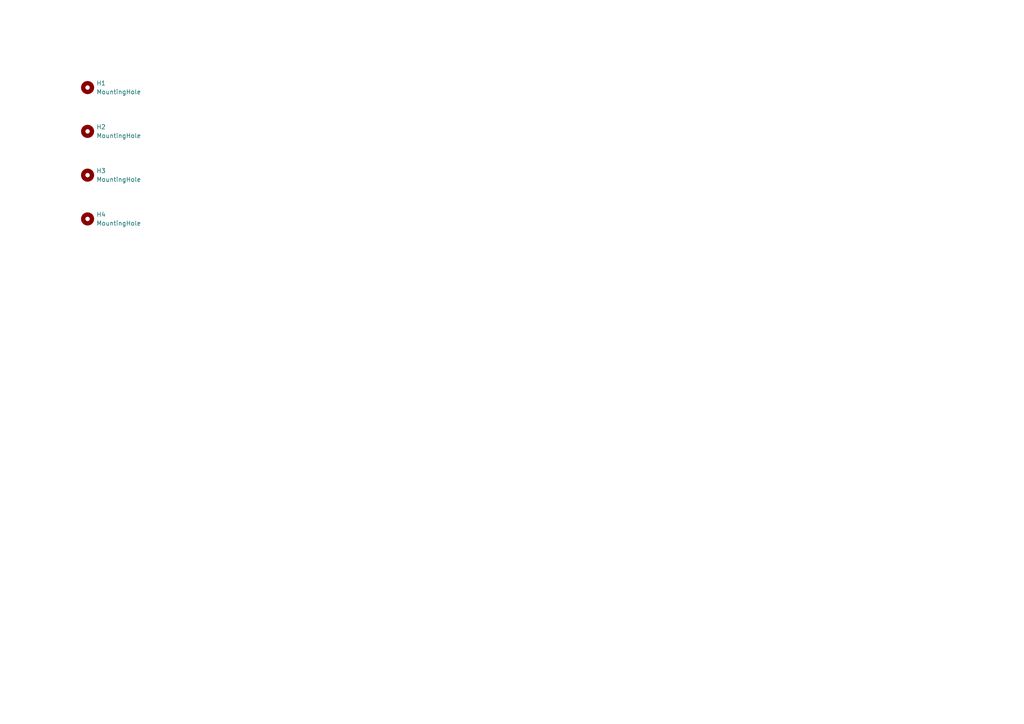
<source format=kicad_sch>
(kicad_sch (version 20250114) (generator "eeschema") (generator_version "9.0")
  (paper "A4")
  (lib_symbols
    (symbol "Mechanical:MountingHole" (pin_names (offset 1.016)) (in_bom no)
      (property "Reference" "H" (at 0 5.08 0))
      (property "Value" "MountingHole" (at 0 3.175 0))
      (symbol "MountingHole_0_1"
        (circle (center 0 0) (radius 1.27) (stroke (width 1.27)))
      )
    )
  )
  (symbol (lib_id "Mechanical:MountingHole") (at 25.4 63.5 0) (unit 1) (in_bom no)
    (property "Reference" "H4" (at 27.94 62.2299 0) (effects (justify left)))
    (property "Value" "MountingHole" (at 27.94 64.7699 0) (effects (justify left)))
    (property "Footprint" "HoleNoMask_M4:HoleNoMask_4.3mm_M4" (effects (hide yes)))
    (property "Description" "Mounting Hole without connection" (effects (hide yes)))
  )
  (symbol (lib_id "Mechanical:MountingHole") (at 25.4 25.4 0) (unit 1) (in_bom no)
    (property "Reference" "H1" (at 27.94 24.1299 0) (effects (justify left)))
    (property "Value" "MountingHole" (at 27.94 26.6699 0) (effects (justify left)))
    (property "Footprint" "HoleNoMask_M4:HoleNoMask_4.3mm_M4" (effects (hide yes)))
    (property "Description" "Mounting Hole without connection" (effects (hide yes)))
  )
  (symbol (lib_id "Mechanical:MountingHole") (at 25.4 50.8 0) (unit 1) (in_bom no)
    (property "Reference" "H3" (at 27.94 49.5299 0) (effects (justify left)))
    (property "Value" "MountingHole" (at 27.94 52.0699 0) (effects (justify left)))
    (property "Footprint" "HoleNoMask_M4:HoleNoMask_4.3mm_M4" (effects (hide yes)))
    (property "Description" "Mounting Hole without connection" (effects (hide yes)))
  )
  (symbol (lib_id "Mechanical:MountingHole") (at 25.4 38.1 0) (unit 1) (in_bom no)
    (property "Reference" "H2" (at 27.94 36.8299 0) (effects (justify left)))
    (property "Value" "MountingHole" (at 27.94 39.3699 0) (effects (justify left)))
    (property "Footprint" "HoleNoMask_M4:HoleNoMask_4.3mm_M4" (effects (hide yes)))
    (property "Description" "Mounting Hole without connection" (effects (hide yes)))
  )
)
</source>
